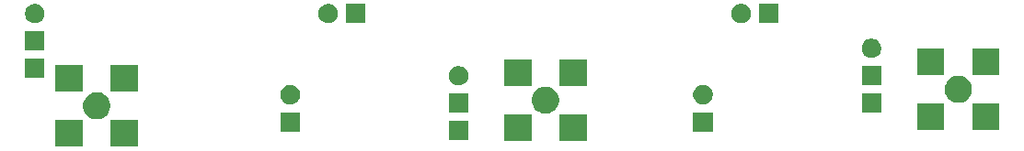
<source format=gbr>
G04 #@! TF.GenerationSoftware,KiCad,Pcbnew,(5.1.4)-1*
G04 #@! TF.CreationDate,2020-05-24T22:22:10+03:00*
G04 #@! TF.ProjectId,naa,6e61612e-6b69-4636-9164-5f7063625858,rev?*
G04 #@! TF.SameCoordinates,Original*
G04 #@! TF.FileFunction,Soldermask,Bot*
G04 #@! TF.FilePolarity,Negative*
%FSLAX46Y46*%
G04 Gerber Fmt 4.6, Leading zero omitted, Abs format (unit mm)*
G04 Created by KiCad (PCBNEW (5.1.4)-1) date 2020-05-24 22:22:10*
%MOMM*%
%LPD*%
G04 APERTURE LIST*
%ADD10C,0.100000*%
G04 APERTURE END LIST*
D10*
G36*
X125751000Y-78081000D02*
G01*
X123249000Y-78081000D01*
X123249000Y-75579000D01*
X125751000Y-75579000D01*
X125751000Y-78081000D01*
X125751000Y-78081000D01*
G37*
G36*
X120671000Y-78081000D02*
G01*
X118169000Y-78081000D01*
X118169000Y-75579000D01*
X120671000Y-75579000D01*
X120671000Y-78081000D01*
X120671000Y-78081000D01*
G37*
G36*
X167041000Y-77541000D02*
G01*
X164539000Y-77541000D01*
X164539000Y-75039000D01*
X167041000Y-75039000D01*
X167041000Y-77541000D01*
X167041000Y-77541000D01*
G37*
G36*
X161961000Y-77541000D02*
G01*
X159459000Y-77541000D01*
X159459000Y-75039000D01*
X161961000Y-75039000D01*
X161961000Y-77541000D01*
X161961000Y-77541000D01*
G37*
G36*
X156151000Y-77481000D02*
G01*
X154349000Y-77481000D01*
X154349000Y-75679000D01*
X156151000Y-75679000D01*
X156151000Y-77481000D01*
X156151000Y-77481000D01*
G37*
G36*
X178651000Y-76691000D02*
G01*
X176849000Y-76691000D01*
X176849000Y-74889000D01*
X178651000Y-74889000D01*
X178651000Y-76691000D01*
X178651000Y-76691000D01*
G37*
G36*
X140651000Y-76691000D02*
G01*
X138849000Y-76691000D01*
X138849000Y-74889000D01*
X140651000Y-74889000D01*
X140651000Y-76691000D01*
X140651000Y-76691000D01*
G37*
G36*
X205041000Y-76541000D02*
G01*
X202539000Y-76541000D01*
X202539000Y-74039000D01*
X205041000Y-74039000D01*
X205041000Y-76541000D01*
X205041000Y-76541000D01*
G37*
G36*
X199961000Y-76541000D02*
G01*
X197459000Y-76541000D01*
X197459000Y-74039000D01*
X199961000Y-74039000D01*
X199961000Y-76541000D01*
X199961000Y-76541000D01*
G37*
G36*
X122324903Y-73087075D02*
G01*
X122504000Y-73161259D01*
X122552571Y-73181378D01*
X122757466Y-73318285D01*
X122931715Y-73492534D01*
X123021420Y-73626787D01*
X123068623Y-73697431D01*
X123162925Y-73925097D01*
X123211000Y-74166786D01*
X123211000Y-74413214D01*
X123162925Y-74654903D01*
X123068622Y-74882571D01*
X122931715Y-75087466D01*
X122757466Y-75261715D01*
X122552571Y-75398622D01*
X122552570Y-75398623D01*
X122552569Y-75398623D01*
X122324903Y-75492925D01*
X122083214Y-75541000D01*
X121836786Y-75541000D01*
X121595097Y-75492925D01*
X121367431Y-75398623D01*
X121367430Y-75398623D01*
X121367429Y-75398622D01*
X121162534Y-75261715D01*
X120988285Y-75087466D01*
X120851378Y-74882571D01*
X120757075Y-74654903D01*
X120709000Y-74413214D01*
X120709000Y-74166786D01*
X120757075Y-73925097D01*
X120851377Y-73697431D01*
X120898580Y-73626787D01*
X120988285Y-73492534D01*
X121162534Y-73318285D01*
X121367429Y-73181378D01*
X121416001Y-73161259D01*
X121595097Y-73087075D01*
X121836786Y-73039000D01*
X122083214Y-73039000D01*
X122324903Y-73087075D01*
X122324903Y-73087075D01*
G37*
G36*
X163614903Y-72547075D02*
G01*
X163842571Y-72641378D01*
X164047466Y-72778285D01*
X164221715Y-72952534D01*
X164330207Y-73114903D01*
X164358623Y-73157431D01*
X164452925Y-73385097D01*
X164501000Y-73626786D01*
X164501000Y-73873214D01*
X164485144Y-73952925D01*
X164452925Y-74114903D01*
X164358622Y-74342571D01*
X164221715Y-74547466D01*
X164047466Y-74721715D01*
X163842571Y-74858622D01*
X163842570Y-74858623D01*
X163842569Y-74858623D01*
X163614903Y-74952925D01*
X163373214Y-75001000D01*
X163126786Y-75001000D01*
X162885097Y-74952925D01*
X162657431Y-74858623D01*
X162657430Y-74858623D01*
X162657429Y-74858622D01*
X162452534Y-74721715D01*
X162278285Y-74547466D01*
X162141378Y-74342571D01*
X162047075Y-74114903D01*
X162014856Y-73952925D01*
X161999000Y-73873214D01*
X161999000Y-73626786D01*
X162047075Y-73385097D01*
X162141377Y-73157431D01*
X162169793Y-73114903D01*
X162278285Y-72952534D01*
X162452534Y-72778285D01*
X162657429Y-72641378D01*
X162885097Y-72547075D01*
X163126786Y-72499000D01*
X163373214Y-72499000D01*
X163614903Y-72547075D01*
X163614903Y-72547075D01*
G37*
G36*
X194151000Y-74941000D02*
G01*
X192349000Y-74941000D01*
X192349000Y-73139000D01*
X194151000Y-73139000D01*
X194151000Y-74941000D01*
X194151000Y-74941000D01*
G37*
G36*
X156151000Y-74941000D02*
G01*
X154349000Y-74941000D01*
X154349000Y-73139000D01*
X156151000Y-73139000D01*
X156151000Y-74941000D01*
X156151000Y-74941000D01*
G37*
G36*
X177863512Y-72353927D02*
G01*
X178012812Y-72383624D01*
X178176784Y-72451544D01*
X178324354Y-72550147D01*
X178449853Y-72675646D01*
X178548456Y-72823216D01*
X178616376Y-72987188D01*
X178651000Y-73161259D01*
X178651000Y-73338741D01*
X178616376Y-73512812D01*
X178548456Y-73676784D01*
X178449853Y-73824354D01*
X178324354Y-73949853D01*
X178176784Y-74048456D01*
X178012812Y-74116376D01*
X177863512Y-74146073D01*
X177838742Y-74151000D01*
X177661258Y-74151000D01*
X177636488Y-74146073D01*
X177487188Y-74116376D01*
X177323216Y-74048456D01*
X177175646Y-73949853D01*
X177050147Y-73824354D01*
X176951544Y-73676784D01*
X176883624Y-73512812D01*
X176849000Y-73338741D01*
X176849000Y-73161259D01*
X176883624Y-72987188D01*
X176951544Y-72823216D01*
X177050147Y-72675646D01*
X177175646Y-72550147D01*
X177323216Y-72451544D01*
X177487188Y-72383624D01*
X177636488Y-72353927D01*
X177661258Y-72349000D01*
X177838742Y-72349000D01*
X177863512Y-72353927D01*
X177863512Y-72353927D01*
G37*
G36*
X139863512Y-72353927D02*
G01*
X140012812Y-72383624D01*
X140176784Y-72451544D01*
X140324354Y-72550147D01*
X140449853Y-72675646D01*
X140548456Y-72823216D01*
X140616376Y-72987188D01*
X140651000Y-73161259D01*
X140651000Y-73338741D01*
X140616376Y-73512812D01*
X140548456Y-73676784D01*
X140449853Y-73824354D01*
X140324354Y-73949853D01*
X140176784Y-74048456D01*
X140012812Y-74116376D01*
X139863512Y-74146073D01*
X139838742Y-74151000D01*
X139661258Y-74151000D01*
X139636488Y-74146073D01*
X139487188Y-74116376D01*
X139323216Y-74048456D01*
X139175646Y-73949853D01*
X139050147Y-73824354D01*
X138951544Y-73676784D01*
X138883624Y-73512812D01*
X138849000Y-73338741D01*
X138849000Y-73161259D01*
X138883624Y-72987188D01*
X138951544Y-72823216D01*
X139050147Y-72675646D01*
X139175646Y-72550147D01*
X139323216Y-72451544D01*
X139487188Y-72383624D01*
X139636488Y-72353927D01*
X139661258Y-72349000D01*
X139838742Y-72349000D01*
X139863512Y-72353927D01*
X139863512Y-72353927D01*
G37*
G36*
X201614903Y-71547075D02*
G01*
X201842571Y-71641378D01*
X202047466Y-71778285D01*
X202221715Y-71952534D01*
X202221716Y-71952536D01*
X202358623Y-72157431D01*
X202452925Y-72385097D01*
X202501000Y-72626786D01*
X202501000Y-72873214D01*
X202452925Y-73114903D01*
X202360209Y-73338741D01*
X202358622Y-73342571D01*
X202221715Y-73547466D01*
X202047466Y-73721715D01*
X201842571Y-73858622D01*
X201842570Y-73858623D01*
X201842569Y-73858623D01*
X201614903Y-73952925D01*
X201373214Y-74001000D01*
X201126786Y-74001000D01*
X200885097Y-73952925D01*
X200657431Y-73858623D01*
X200657430Y-73858623D01*
X200657429Y-73858622D01*
X200452534Y-73721715D01*
X200278285Y-73547466D01*
X200141378Y-73342571D01*
X200139792Y-73338741D01*
X200047075Y-73114903D01*
X199999000Y-72873214D01*
X199999000Y-72626786D01*
X200047075Y-72385097D01*
X200141377Y-72157431D01*
X200278284Y-71952536D01*
X200278285Y-71952534D01*
X200452534Y-71778285D01*
X200657429Y-71641378D01*
X200885097Y-71547075D01*
X201126786Y-71499000D01*
X201373214Y-71499000D01*
X201614903Y-71547075D01*
X201614903Y-71547075D01*
G37*
G36*
X120671000Y-73001000D02*
G01*
X118169000Y-73001000D01*
X118169000Y-70499000D01*
X120671000Y-70499000D01*
X120671000Y-73001000D01*
X120671000Y-73001000D01*
G37*
G36*
X125751000Y-73001000D02*
G01*
X123249000Y-73001000D01*
X123249000Y-70499000D01*
X125751000Y-70499000D01*
X125751000Y-73001000D01*
X125751000Y-73001000D01*
G37*
G36*
X167041000Y-72461000D02*
G01*
X164539000Y-72461000D01*
X164539000Y-69959000D01*
X167041000Y-69959000D01*
X167041000Y-72461000D01*
X167041000Y-72461000D01*
G37*
G36*
X161961000Y-72461000D02*
G01*
X159459000Y-72461000D01*
X159459000Y-69959000D01*
X161961000Y-69959000D01*
X161961000Y-72461000D01*
X161961000Y-72461000D01*
G37*
G36*
X155363512Y-70603927D02*
G01*
X155512812Y-70633624D01*
X155676784Y-70701544D01*
X155824354Y-70800147D01*
X155949853Y-70925646D01*
X156048456Y-71073216D01*
X156116376Y-71237188D01*
X156151000Y-71411259D01*
X156151000Y-71588741D01*
X156116376Y-71762812D01*
X156048456Y-71926784D01*
X155949853Y-72074354D01*
X155824354Y-72199853D01*
X155676784Y-72298456D01*
X155512812Y-72366376D01*
X155363512Y-72396073D01*
X155338742Y-72401000D01*
X155161258Y-72401000D01*
X155136488Y-72396073D01*
X154987188Y-72366376D01*
X154823216Y-72298456D01*
X154675646Y-72199853D01*
X154550147Y-72074354D01*
X154451544Y-71926784D01*
X154383624Y-71762812D01*
X154349000Y-71588741D01*
X154349000Y-71411259D01*
X154383624Y-71237188D01*
X154451544Y-71073216D01*
X154550147Y-70925646D01*
X154675646Y-70800147D01*
X154823216Y-70701544D01*
X154987188Y-70633624D01*
X155136488Y-70603927D01*
X155161258Y-70599000D01*
X155338742Y-70599000D01*
X155363512Y-70603927D01*
X155363512Y-70603927D01*
G37*
G36*
X194151000Y-72401000D02*
G01*
X192349000Y-72401000D01*
X192349000Y-70599000D01*
X194151000Y-70599000D01*
X194151000Y-72401000D01*
X194151000Y-72401000D01*
G37*
G36*
X117151000Y-71731000D02*
G01*
X115349000Y-71731000D01*
X115349000Y-69929000D01*
X117151000Y-69929000D01*
X117151000Y-71731000D01*
X117151000Y-71731000D01*
G37*
G36*
X205041000Y-71461000D02*
G01*
X202539000Y-71461000D01*
X202539000Y-68959000D01*
X205041000Y-68959000D01*
X205041000Y-71461000D01*
X205041000Y-71461000D01*
G37*
G36*
X199961000Y-71461000D02*
G01*
X197459000Y-71461000D01*
X197459000Y-68959000D01*
X199961000Y-68959000D01*
X199961000Y-71461000D01*
X199961000Y-71461000D01*
G37*
G36*
X193363512Y-68063927D02*
G01*
X193512812Y-68093624D01*
X193676784Y-68161544D01*
X193824354Y-68260147D01*
X193949853Y-68385646D01*
X194048456Y-68533216D01*
X194116376Y-68697188D01*
X194151000Y-68871259D01*
X194151000Y-69048741D01*
X194116376Y-69222812D01*
X194048456Y-69386784D01*
X193949853Y-69534354D01*
X193824354Y-69659853D01*
X193676784Y-69758456D01*
X193512812Y-69826376D01*
X193363512Y-69856073D01*
X193338742Y-69861000D01*
X193161258Y-69861000D01*
X193136488Y-69856073D01*
X192987188Y-69826376D01*
X192823216Y-69758456D01*
X192675646Y-69659853D01*
X192550147Y-69534354D01*
X192451544Y-69386784D01*
X192383624Y-69222812D01*
X192349000Y-69048741D01*
X192349000Y-68871259D01*
X192383624Y-68697188D01*
X192451544Y-68533216D01*
X192550147Y-68385646D01*
X192675646Y-68260147D01*
X192823216Y-68161544D01*
X192987188Y-68093624D01*
X193136488Y-68063927D01*
X193161258Y-68059000D01*
X193338742Y-68059000D01*
X193363512Y-68063927D01*
X193363512Y-68063927D01*
G37*
G36*
X117151000Y-69191000D02*
G01*
X115349000Y-69191000D01*
X115349000Y-67389000D01*
X117151000Y-67389000D01*
X117151000Y-69191000D01*
X117151000Y-69191000D01*
G37*
G36*
X143363512Y-64853927D02*
G01*
X143512812Y-64883624D01*
X143676784Y-64951544D01*
X143824354Y-65050147D01*
X143949853Y-65175646D01*
X144048456Y-65323216D01*
X144116376Y-65487188D01*
X144151000Y-65661259D01*
X144151000Y-65838741D01*
X144116376Y-66012812D01*
X144048456Y-66176784D01*
X143949853Y-66324354D01*
X143824354Y-66449853D01*
X143676784Y-66548456D01*
X143512812Y-66616376D01*
X143363512Y-66646073D01*
X143338742Y-66651000D01*
X143161258Y-66651000D01*
X143136488Y-66646073D01*
X142987188Y-66616376D01*
X142823216Y-66548456D01*
X142675646Y-66449853D01*
X142550147Y-66324354D01*
X142451544Y-66176784D01*
X142383624Y-66012812D01*
X142349000Y-65838741D01*
X142349000Y-65661259D01*
X142383624Y-65487188D01*
X142451544Y-65323216D01*
X142550147Y-65175646D01*
X142675646Y-65050147D01*
X142823216Y-64951544D01*
X142987188Y-64883624D01*
X143136488Y-64853927D01*
X143161258Y-64849000D01*
X143338742Y-64849000D01*
X143363512Y-64853927D01*
X143363512Y-64853927D01*
G37*
G36*
X146691000Y-66651000D02*
G01*
X144889000Y-66651000D01*
X144889000Y-64849000D01*
X146691000Y-64849000D01*
X146691000Y-66651000D01*
X146691000Y-66651000D01*
G37*
G36*
X116363512Y-64853927D02*
G01*
X116512812Y-64883624D01*
X116676784Y-64951544D01*
X116824354Y-65050147D01*
X116949853Y-65175646D01*
X117048456Y-65323216D01*
X117116376Y-65487188D01*
X117151000Y-65661259D01*
X117151000Y-65838741D01*
X117116376Y-66012812D01*
X117048456Y-66176784D01*
X116949853Y-66324354D01*
X116824354Y-66449853D01*
X116676784Y-66548456D01*
X116512812Y-66616376D01*
X116363512Y-66646073D01*
X116338742Y-66651000D01*
X116161258Y-66651000D01*
X116136488Y-66646073D01*
X115987188Y-66616376D01*
X115823216Y-66548456D01*
X115675646Y-66449853D01*
X115550147Y-66324354D01*
X115451544Y-66176784D01*
X115383624Y-66012812D01*
X115349000Y-65838741D01*
X115349000Y-65661259D01*
X115383624Y-65487188D01*
X115451544Y-65323216D01*
X115550147Y-65175646D01*
X115675646Y-65050147D01*
X115823216Y-64951544D01*
X115987188Y-64883624D01*
X116136488Y-64853927D01*
X116161258Y-64849000D01*
X116338742Y-64849000D01*
X116363512Y-64853927D01*
X116363512Y-64853927D01*
G37*
G36*
X181363512Y-64853927D02*
G01*
X181512812Y-64883624D01*
X181676784Y-64951544D01*
X181824354Y-65050147D01*
X181949853Y-65175646D01*
X182048456Y-65323216D01*
X182116376Y-65487188D01*
X182151000Y-65661259D01*
X182151000Y-65838741D01*
X182116376Y-66012812D01*
X182048456Y-66176784D01*
X181949853Y-66324354D01*
X181824354Y-66449853D01*
X181676784Y-66548456D01*
X181512812Y-66616376D01*
X181363512Y-66646073D01*
X181338742Y-66651000D01*
X181161258Y-66651000D01*
X181136488Y-66646073D01*
X180987188Y-66616376D01*
X180823216Y-66548456D01*
X180675646Y-66449853D01*
X180550147Y-66324354D01*
X180451544Y-66176784D01*
X180383624Y-66012812D01*
X180349000Y-65838741D01*
X180349000Y-65661259D01*
X180383624Y-65487188D01*
X180451544Y-65323216D01*
X180550147Y-65175646D01*
X180675646Y-65050147D01*
X180823216Y-64951544D01*
X180987188Y-64883624D01*
X181136488Y-64853927D01*
X181161258Y-64849000D01*
X181338742Y-64849000D01*
X181363512Y-64853927D01*
X181363512Y-64853927D01*
G37*
G36*
X184691000Y-66651000D02*
G01*
X182889000Y-66651000D01*
X182889000Y-64849000D01*
X184691000Y-64849000D01*
X184691000Y-66651000D01*
X184691000Y-66651000D01*
G37*
M02*

</source>
